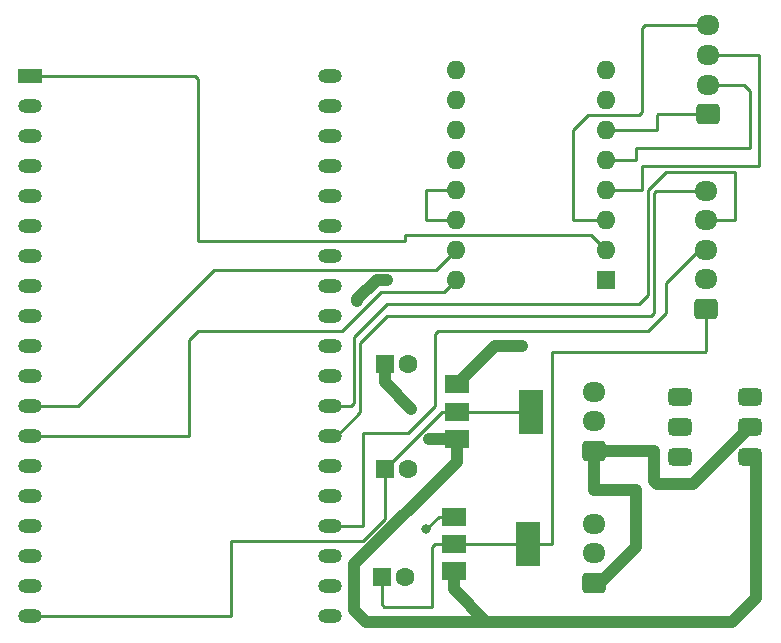
<source format=gbr>
%TF.GenerationSoftware,KiCad,Pcbnew,7.0.10*%
%TF.CreationDate,2024-01-30T21:32:49-08:00*%
%TF.ProjectId,pcb,7063622e-6b69-4636-9164-5f7063625858,rev?*%
%TF.SameCoordinates,Original*%
%TF.FileFunction,Copper,L1,Top*%
%TF.FilePolarity,Positive*%
%FSLAX46Y46*%
G04 Gerber Fmt 4.6, Leading zero omitted, Abs format (unit mm)*
G04 Created by KiCad (PCBNEW 7.0.10) date 2024-01-30 21:32:49*
%MOMM*%
%LPD*%
G01*
G04 APERTURE LIST*
G04 Aperture macros list*
%AMRoundRect*
0 Rectangle with rounded corners*
0 $1 Rounding radius*
0 $2 $3 $4 $5 $6 $7 $8 $9 X,Y pos of 4 corners*
0 Add a 4 corners polygon primitive as box body*
4,1,4,$2,$3,$4,$5,$6,$7,$8,$9,$2,$3,0*
0 Add four circle primitives for the rounded corners*
1,1,$1+$1,$2,$3*
1,1,$1+$1,$4,$5*
1,1,$1+$1,$6,$7*
1,1,$1+$1,$8,$9*
0 Add four rect primitives between the rounded corners*
20,1,$1+$1,$2,$3,$4,$5,0*
20,1,$1+$1,$4,$5,$6,$7,0*
20,1,$1+$1,$6,$7,$8,$9,0*
20,1,$1+$1,$8,$9,$2,$3,0*%
G04 Aperture macros list end*
%TA.AperFunction,ComponentPad*%
%ADD10R,2.000000X1.200000*%
%TD*%
%TA.AperFunction,ComponentPad*%
%ADD11O,2.000000X1.200000*%
%TD*%
%TA.AperFunction,ComponentPad*%
%ADD12R,1.600000X1.600000*%
%TD*%
%TA.AperFunction,ComponentPad*%
%ADD13C,1.600000*%
%TD*%
%TA.AperFunction,ComponentPad*%
%ADD14RoundRect,0.250000X0.725000X-0.600000X0.725000X0.600000X-0.725000X0.600000X-0.725000X-0.600000X0*%
%TD*%
%TA.AperFunction,ComponentPad*%
%ADD15O,1.950000X1.700000*%
%TD*%
%TA.AperFunction,ComponentPad*%
%ADD16O,1.600000X1.600000*%
%TD*%
%TA.AperFunction,SMDPad,CuDef*%
%ADD17RoundRect,0.375000X-0.625000X-0.375000X0.625000X-0.375000X0.625000X0.375000X-0.625000X0.375000X0*%
%TD*%
%TA.AperFunction,SMDPad,CuDef*%
%ADD18R,2.000000X1.500000*%
%TD*%
%TA.AperFunction,SMDPad,CuDef*%
%ADD19R,2.000000X3.800000*%
%TD*%
%TA.AperFunction,ViaPad*%
%ADD20C,0.800000*%
%TD*%
%TA.AperFunction,Conductor*%
%ADD21C,1.000000*%
%TD*%
%TA.AperFunction,Conductor*%
%ADD22C,0.250000*%
%TD*%
G04 APERTURE END LIST*
D10*
%TO.P,U1,1,3V3*%
%TO.N,Net-(A1-VDD)*%
X72390000Y-67818000D03*
D11*
%TO.P,U1,2,CHIP_PU*%
%TO.N,unconnected-(U1-CHIP_PU-Pad2)*%
X72390000Y-70358000D03*
%TO.P,U1,3,SENSOR_VP/GPIO36/ADC1_CH0*%
%TO.N,unconnected-(U1-SENSOR_VP{slash}GPIO36{slash}ADC1_CH0-Pad3)*%
X72390000Y-72898000D03*
%TO.P,U1,4,SENSOR_VN/GPIO39/ADC1_CH3*%
%TO.N,unconnected-(U1-SENSOR_VN{slash}GPIO39{slash}ADC1_CH3-Pad4)*%
X72390000Y-75438000D03*
%TO.P,U1,5,VDET_1/GPIO34/ADC1_CH6*%
%TO.N,unconnected-(U1-VDET_1{slash}GPIO34{slash}ADC1_CH6-Pad5)*%
X72390000Y-77978000D03*
%TO.P,U1,6,VDET_2/GPIO35/ADC1_CH7*%
%TO.N,unconnected-(U1-VDET_2{slash}GPIO35{slash}ADC1_CH7-Pad6)*%
X72390000Y-80518000D03*
%TO.P,U1,7,32K_XP/GPIO32/ADC1_CH4*%
%TO.N,unconnected-(U1-32K_XP{slash}GPIO32{slash}ADC1_CH4-Pad7)*%
X72390000Y-83058000D03*
%TO.P,U1,8,32K_XN/GPIO33/ADC1_CH5*%
%TO.N,unconnected-(U1-32K_XN{slash}GPIO33{slash}ADC1_CH5-Pad8)*%
X72390000Y-85598000D03*
%TO.P,U1,9,DAC_1/ADC2_CH8/GPIO25*%
%TO.N,unconnected-(U1-DAC_1{slash}ADC2_CH8{slash}GPIO25-Pad9)*%
X72390000Y-88138000D03*
%TO.P,U1,10,DAC_2/ADC2_CH9/GPIO26*%
%TO.N,unconnected-(U1-DAC_2{slash}ADC2_CH9{slash}GPIO26-Pad10)*%
X72390000Y-90678000D03*
%TO.P,U1,11,ADC2_CH7/GPIO27*%
%TO.N,unconnected-(U1-ADC2_CH7{slash}GPIO27-Pad11)*%
X72390000Y-93218000D03*
%TO.P,U1,12,MTMS/GPIO14/ADC2_CH6*%
%TO.N,Net-(A1-STEP)*%
X72390000Y-95758000D03*
%TO.P,U1,13,MTDI/GPIO12/ADC2_CH5*%
%TO.N,Net-(A1-DIR)*%
X72390000Y-98298000D03*
%TO.P,U1,14,GND*%
%TO.N,GND*%
X72390000Y-100838000D03*
%TO.P,U1,15,MTCK/GPIO13/ADC2_CH4*%
%TO.N,unconnected-(U1-MTCK{slash}GPIO13{slash}ADC2_CH4-Pad15)*%
X72390000Y-103378000D03*
%TO.P,U1,16,SD_DATA2/GPIO9*%
%TO.N,unconnected-(U1-SD_DATA2{slash}GPIO9-Pad16)*%
X72390000Y-105918000D03*
%TO.P,U1,17,SD_DATA3/GPIO10*%
%TO.N,unconnected-(U1-SD_DATA3{slash}GPIO10-Pad17)*%
X72390000Y-108458000D03*
%TO.P,U1,18,CMD*%
%TO.N,unconnected-(U1-CMD-Pad18)*%
X72390000Y-110998000D03*
%TO.P,U1,19,5V*%
%TO.N,Net-(U1-5V)*%
X72390000Y-113538000D03*
%TO.P,U1,20,SD_CLK/GPIO6*%
%TO.N,unconnected-(U1-SD_CLK{slash}GPIO6-Pad20)*%
X97786320Y-113535280D03*
%TO.P,U1,21,SD_DATA0/GPIO7*%
%TO.N,unconnected-(U1-SD_DATA0{slash}GPIO7-Pad21)*%
X97786320Y-110995280D03*
%TO.P,U1,22,SD_DATA1/GPIO8*%
%TO.N,unconnected-(U1-SD_DATA1{slash}GPIO8-Pad22)*%
X97790000Y-108458000D03*
%TO.P,U1,23,MTDO/GPIO15/ADC2_CH3*%
%TO.N,Net-(J2-Pin_3)*%
X97790000Y-105918000D03*
%TO.P,U1,24,ADC2_CH2/GPIO2*%
%TO.N,unconnected-(U1-ADC2_CH2{slash}GPIO2-Pad24)*%
X97790000Y-103378000D03*
%TO.P,U1,25,GPIO0/BOOT/ADC2_CH1*%
%TO.N,unconnected-(U1-GPIO0{slash}BOOT{slash}ADC2_CH1-Pad25)*%
X97790000Y-100838000D03*
%TO.P,U1,26,ADC2_CH0/GPIO4*%
%TO.N,Net-(J2-Pin_5)*%
X97790000Y-98298000D03*
%TO.P,U1,27,GPIO16*%
%TO.N,Net-(J2-Pin_4)*%
X97790000Y-95758000D03*
%TO.P,U1,28,GPIO17*%
%TO.N,unconnected-(U1-GPIO17-Pad28)*%
X97790000Y-93218000D03*
%TO.P,U1,29,GPIO5*%
%TO.N,unconnected-(U1-GPIO5-Pad29)*%
X97790000Y-90678000D03*
%TO.P,U1,30,GPIO18*%
%TO.N,unconnected-(U1-GPIO18-Pad30)*%
X97790000Y-88138000D03*
%TO.P,U1,31,GPIO19*%
%TO.N,unconnected-(U1-GPIO19-Pad31)*%
X97790000Y-85598000D03*
%TO.P,U1,32,GND*%
%TO.N,GND*%
X97790000Y-83058000D03*
%TO.P,U1,33,GPIO21*%
%TO.N,unconnected-(U1-GPIO21-Pad33)*%
X97790000Y-80518000D03*
%TO.P,U1,34,U0RXD/GPIO3*%
%TO.N,unconnected-(U1-U0RXD{slash}GPIO3-Pad34)*%
X97790000Y-77978000D03*
%TO.P,U1,35,U0TXD/GPIO1*%
%TO.N,unconnected-(U1-U0TXD{slash}GPIO1-Pad35)*%
X97790000Y-75438000D03*
%TO.P,U1,36,GPIO22*%
%TO.N,unconnected-(U1-GPIO22-Pad36)*%
X97790000Y-72898000D03*
%TO.P,U1,37,GPIO23*%
%TO.N,unconnected-(U1-GPIO23-Pad37)*%
X97790000Y-70358000D03*
%TO.P,U1,38,GND*%
%TO.N,GND*%
X97790000Y-67818000D03*
%TD*%
D12*
%TO.P,C2,1*%
%TO.N,Net-(U1-5V)*%
X102394000Y-101092000D03*
D13*
%TO.P,C2,2*%
%TO.N,GND*%
X104394000Y-101092000D03*
%TD*%
D12*
%TO.P,C3,1*%
%TO.N,Net-(J2-Pin_1)*%
X102140000Y-110236000D03*
D13*
%TO.P,C3,2*%
%TO.N,GND*%
X104140000Y-110236000D03*
%TD*%
D14*
%TO.P,J2,1,Pin_1*%
%TO.N,Net-(J2-Pin_1)*%
X129572000Y-87554000D03*
D15*
%TO.P,J2,2,Pin_2*%
%TO.N,GND*%
X129572000Y-85054000D03*
%TO.P,J2,3,Pin_3*%
%TO.N,Net-(J2-Pin_3)*%
X129572000Y-82554000D03*
%TO.P,J2,4,Pin_4*%
%TO.N,Net-(J2-Pin_4)*%
X129572000Y-80054000D03*
%TO.P,J2,5,Pin_5*%
%TO.N,Net-(J2-Pin_5)*%
X129572000Y-77554000D03*
%TD*%
D12*
%TO.P,A1,1,GND*%
%TO.N,GND*%
X121158000Y-85090000D03*
D16*
%TO.P,A1,2,VDD*%
%TO.N,Net-(A1-VDD)*%
X121158000Y-82550000D03*
%TO.P,A1,3,1B*%
%TO.N,Net-(A1-1B)*%
X121158000Y-80010000D03*
%TO.P,A1,4,1A*%
%TO.N,Net-(A1-1A)*%
X121158000Y-77470000D03*
%TO.P,A1,5,2A*%
%TO.N,Net-(A1-2A)*%
X121158000Y-74930000D03*
%TO.P,A1,6,2B*%
%TO.N,Net-(A1-2B)*%
X121158000Y-72390000D03*
%TO.P,A1,7,GND*%
%TO.N,GND*%
X121158000Y-69850000D03*
%TO.P,A1,8,VMOT*%
%TO.N,Net-(A1-VMOT)*%
X121158000Y-67310000D03*
%TO.P,A1,9,~{ENABLE}*%
%TO.N,unconnected-(A1-~{ENABLE}-Pad9)*%
X108458000Y-67310000D03*
%TO.P,A1,10,MS1*%
%TO.N,unconnected-(A1-MS1-Pad10)*%
X108458000Y-69850000D03*
%TO.P,A1,11,MS2*%
%TO.N,unconnected-(A1-MS2-Pad11)*%
X108458000Y-72390000D03*
%TO.P,A1,12,MS3*%
%TO.N,unconnected-(A1-MS3-Pad12)*%
X108458000Y-74930000D03*
%TO.P,A1,13,~{RESET}*%
%TO.N,Net-(A1-~{RESET})*%
X108458000Y-77470000D03*
%TO.P,A1,14,~{SLEEP}*%
X108458000Y-80010000D03*
%TO.P,A1,15,STEP*%
%TO.N,Net-(A1-STEP)*%
X108458000Y-82550000D03*
%TO.P,A1,16,DIR*%
%TO.N,Net-(A1-DIR)*%
X108458000Y-85090000D03*
%TD*%
D12*
%TO.P,C1,1*%
%TO.N,Net-(A1-VMOT)*%
X102394000Y-92202000D03*
D13*
%TO.P,C1,2*%
%TO.N,GND*%
X104394000Y-92202000D03*
%TD*%
D14*
%TO.P,J1,1,Pin_1*%
%TO.N,Net-(A1-2B)*%
X129777000Y-71060000D03*
D15*
%TO.P,J1,2,Pin_2*%
%TO.N,Net-(A1-2A)*%
X129777000Y-68560000D03*
%TO.P,J1,3,Pin_3*%
%TO.N,Net-(A1-1A)*%
X129777000Y-66060000D03*
%TO.P,J1,4,Pin_4*%
%TO.N,Net-(A1-1B)*%
X129777000Y-63560000D03*
%TD*%
D14*
%TO.P,J3,1,Pin_1*%
%TO.N,+7.5V*%
X120142000Y-99568000D03*
D15*
%TO.P,J3,2,Pin_2*%
%TO.N,unconnected-(J3-Pin_2-Pad2)*%
X120142000Y-97068000D03*
%TO.P,J3,3,Pin_3*%
%TO.N,GND*%
X120142000Y-94568000D03*
%TD*%
D17*
%TO.P,switch1,1,1*%
%TO.N,unconnected-(switch1-Pad1)*%
X127350000Y-94996000D03*
%TO.P,switch1,2,com1*%
%TO.N,unconnected-(switch1-com1-Pad2)*%
X127350000Y-97536000D03*
%TO.P,switch1,3,3*%
%TO.N,unconnected-(switch1-Pad3)*%
X127350000Y-100076000D03*
%TO.P,switch1,4,4*%
%TO.N,unconnected-(switch1-Pad4)*%
X133350000Y-94996000D03*
%TO.P,switch1,5,com2*%
%TO.N,+7.5V*%
X133350000Y-97536000D03*
%TO.P,switch1,6,6*%
%TO.N,Net-(A1-VMOT)*%
X133350000Y-100076000D03*
%TD*%
D18*
%TO.P,U2,1,GND*%
%TO.N,GND*%
X108508000Y-93952000D03*
%TO.P,U2,2,VO*%
%TO.N,Net-(U1-5V)*%
X108508000Y-96252000D03*
D19*
X114808000Y-96252000D03*
D18*
%TO.P,U2,3,VI*%
%TO.N,Net-(A1-VMOT)*%
X108508000Y-98552000D03*
%TD*%
D14*
%TO.P,J4,1,Pin_1*%
%TO.N,+7.5V*%
X120142000Y-110744000D03*
D15*
%TO.P,J4,2,Pin_2*%
%TO.N,unconnected-(J4-Pin_2-Pad2)*%
X120142000Y-108244000D03*
%TO.P,J4,3,Pin_3*%
%TO.N,GND*%
X120142000Y-105744000D03*
%TD*%
D18*
%TO.P,U3,1,GND*%
%TO.N,GND*%
X108254000Y-105142000D03*
%TO.P,U3,2,VO*%
%TO.N,Net-(J2-Pin_1)*%
X108254000Y-107442000D03*
D19*
X114554000Y-107442000D03*
D18*
%TO.P,U3,3,VI*%
%TO.N,Net-(A1-VMOT)*%
X108254000Y-109742000D03*
%TD*%
D20*
%TO.N,GND*%
X105918000Y-106172000D03*
X114046000Y-90678000D03*
%TO.N,Net-(A1-VMOT)*%
X106172000Y-98552000D03*
X104648000Y-96012000D03*
X100076000Y-86868000D03*
X102616000Y-85090000D03*
%TD*%
D21*
%TO.N,GND*%
X111760000Y-90678000D02*
X114046000Y-90678000D01*
X111252000Y-91208000D02*
X111252000Y-91186000D01*
X108508000Y-93952000D02*
X111252000Y-91208000D01*
D22*
X105918000Y-106172000D02*
X106948000Y-105142000D01*
X106948000Y-105142000D02*
X108254000Y-105142000D01*
D21*
X111252000Y-91186000D02*
X111760000Y-90678000D01*
D22*
%TO.N,Net-(A1-VDD)*%
X72390000Y-67818000D02*
X86360000Y-67818000D01*
X86614000Y-68072000D02*
X86614000Y-81788000D01*
X86360000Y-67818000D02*
X86614000Y-68072000D01*
X86614000Y-81788000D02*
X104140000Y-81788000D01*
X119888000Y-81280000D02*
X121158000Y-82550000D01*
X104140000Y-81788000D02*
X104140000Y-81280000D01*
X104140000Y-81280000D02*
X119888000Y-81280000D01*
%TO.N,Net-(A1-1B)*%
X119634000Y-71120000D02*
X123952000Y-71120000D01*
X121158000Y-80010000D02*
X118364000Y-80010000D01*
X123952000Y-71120000D02*
X124206000Y-70866000D01*
X124400000Y-63560000D02*
X129777000Y-63560000D01*
X118364000Y-72390000D02*
X119634000Y-71120000D01*
X124206000Y-70866000D02*
X124206000Y-63754000D01*
X118364000Y-80010000D02*
X118364000Y-72390000D01*
X124206000Y-63754000D02*
X124400000Y-63560000D01*
%TO.N,Net-(A1-1A)*%
X134092000Y-66060000D02*
X129777000Y-66060000D01*
X134112000Y-66040000D02*
X134092000Y-66060000D01*
X134112000Y-75438000D02*
X134112000Y-66040000D01*
X121158000Y-77470000D02*
X124206000Y-77470000D01*
X124206000Y-77470000D02*
X124206000Y-75438000D01*
X124206000Y-75438000D02*
X134112000Y-75438000D01*
%TO.N,Net-(A1-2A)*%
X121158000Y-74930000D02*
X123698000Y-74930000D01*
X133350000Y-69088000D02*
X132822000Y-68560000D01*
X133350000Y-73914000D02*
X133350000Y-69088000D01*
X132822000Y-68560000D02*
X129777000Y-68560000D01*
X123698000Y-74930000D02*
X123698000Y-73914000D01*
X123698000Y-73914000D02*
X133350000Y-73914000D01*
%TO.N,Net-(A1-2B)*%
X125536000Y-71060000D02*
X129777000Y-71060000D01*
X125476000Y-71120000D02*
X125536000Y-71060000D01*
X121158000Y-72390000D02*
X125476000Y-72390000D01*
X125476000Y-72390000D02*
X125476000Y-71120000D01*
D21*
%TO.N,+7.5V*%
X125222000Y-102108000D02*
X125476000Y-102362000D01*
X128524000Y-102362000D02*
X133350000Y-97536000D01*
X120142000Y-102870000D02*
X123698000Y-102870000D01*
X123698000Y-102870000D02*
X123698000Y-107696000D01*
X120142000Y-99568000D02*
X125222000Y-99568000D01*
X120650000Y-110744000D02*
X120142000Y-110744000D01*
X125476000Y-102362000D02*
X128524000Y-102362000D01*
X120142000Y-99568000D02*
X120142000Y-102870000D01*
X123698000Y-107696000D02*
X120650000Y-110744000D01*
X125222000Y-99568000D02*
X125222000Y-102108000D01*
D22*
%TO.N,Net-(A1-~{RESET})*%
X105918000Y-80010000D02*
X108458000Y-80010000D01*
X105918000Y-77470000D02*
X105918000Y-80010000D01*
X108458000Y-77470000D02*
X105918000Y-77470000D01*
%TO.N,Net-(A1-STEP)*%
X106743000Y-84265000D02*
X108458000Y-82550000D01*
X87947000Y-84265000D02*
X106743000Y-84265000D01*
X72390000Y-95758000D02*
X76454000Y-95758000D01*
X76454000Y-95758000D02*
X87947000Y-84265000D01*
%TO.N,Net-(A1-DIR)*%
X107442000Y-86106000D02*
X108458000Y-85090000D01*
X85852000Y-90170000D02*
X86614000Y-89408000D01*
X102108000Y-86106000D02*
X107442000Y-86106000D01*
X85852000Y-98298000D02*
X85852000Y-90170000D01*
X72390000Y-98298000D02*
X85852000Y-98298000D01*
X98806000Y-89408000D02*
X102108000Y-86106000D01*
X86614000Y-89408000D02*
X98806000Y-89408000D01*
%TO.N,Net-(J2-Pin_1)*%
X102140000Y-112554000D02*
X102362000Y-112776000D01*
X116586000Y-107442000D02*
X116586000Y-91186000D01*
X108254000Y-107442000D02*
X114554000Y-107442000D01*
X102140000Y-110236000D02*
X102140000Y-112554000D01*
X129572000Y-91154000D02*
X129572000Y-87554000D01*
X102362000Y-112776000D02*
X106426000Y-112776000D01*
X116586000Y-91186000D02*
X129540000Y-91186000D01*
X106426000Y-112776000D02*
X106426000Y-107696000D01*
X106680000Y-107442000D02*
X108254000Y-107442000D01*
X114554000Y-107442000D02*
X116586000Y-107442000D01*
X129540000Y-91186000D02*
X129572000Y-91154000D01*
X106426000Y-107696000D02*
X106680000Y-107442000D01*
%TO.N,Net-(J2-Pin_3)*%
X104394000Y-98044000D02*
X106680000Y-95758000D01*
X106934000Y-89408000D02*
X124714000Y-89408000D01*
X129028000Y-82554000D02*
X129572000Y-82554000D01*
X106680000Y-89662000D02*
X106934000Y-89408000D01*
X100584000Y-105918000D02*
X100584000Y-98044000D01*
X100584000Y-98044000D02*
X104394000Y-98044000D01*
X126238000Y-87884000D02*
X126238000Y-85344000D01*
X106680000Y-95758000D02*
X106680000Y-89662000D01*
X124714000Y-89408000D02*
X126238000Y-87884000D01*
X126238000Y-85344000D02*
X129028000Y-82554000D01*
X97790000Y-105918000D02*
X100584000Y-105918000D01*
%TO.N,Net-(J2-Pin_4)*%
X132080000Y-80010000D02*
X132036000Y-80054000D01*
X124714000Y-77470000D02*
X126238000Y-75946000D01*
X124656000Y-77470000D02*
X124714000Y-77470000D01*
X132080000Y-75946000D02*
X132080000Y-80010000D01*
X124656000Y-86418000D02*
X124656000Y-77470000D01*
X99822000Y-89916000D02*
X102616000Y-87122000D01*
X99568000Y-95758000D02*
X99822000Y-95504000D01*
X126238000Y-75946000D02*
X132080000Y-75946000D01*
X99822000Y-95504000D02*
X99822000Y-89916000D01*
X97790000Y-95758000D02*
X99568000Y-95758000D01*
X102616000Y-87122000D02*
X123952000Y-87122000D01*
X123952000Y-87122000D02*
X124656000Y-86418000D01*
X132036000Y-80054000D02*
X129572000Y-80054000D01*
%TO.N,Net-(J2-Pin_5)*%
X124968000Y-88138000D02*
X125222000Y-87884000D01*
X100330000Y-90424000D02*
X102616000Y-88138000D01*
X125222000Y-77724000D02*
X125392000Y-77554000D01*
X125392000Y-77554000D02*
X129572000Y-77554000D01*
X100330000Y-96324000D02*
X100330000Y-90424000D01*
X125222000Y-87884000D02*
X125222000Y-77724000D01*
X97790000Y-98298000D02*
X98356000Y-98298000D01*
X98356000Y-98298000D02*
X100330000Y-96324000D01*
X102616000Y-88138000D02*
X124968000Y-88138000D01*
%TO.N,Net-(U1-5V)*%
X102394000Y-101092000D02*
X107234000Y-96252000D01*
X102394000Y-105378000D02*
X102394000Y-101092000D01*
X89408000Y-107188000D02*
X100584000Y-107188000D01*
X108508000Y-96252000D02*
X114808000Y-96252000D01*
X72390000Y-113538000D02*
X89408000Y-113538000D01*
X100584000Y-107188000D02*
X102394000Y-105378000D01*
X107234000Y-96252000D02*
X108508000Y-96252000D01*
X89408000Y-113538000D02*
X89408000Y-107188000D01*
D21*
%TO.N,Net-(A1-VMOT)*%
X106172000Y-98552000D02*
X108508000Y-98552000D01*
X133858000Y-112014000D02*
X133858000Y-100584000D01*
X111506000Y-114046000D02*
X131826000Y-114046000D01*
X99822000Y-109188365D02*
X108508000Y-100502365D01*
X100076000Y-86739604D02*
X101725604Y-85090000D01*
X133858000Y-100584000D02*
X133350000Y-100076000D01*
X99822000Y-113030000D02*
X99822000Y-109188365D01*
X110998000Y-114046000D02*
X100838000Y-114046000D01*
X108254000Y-109742000D02*
X108254000Y-111302000D01*
X110998000Y-114046000D02*
X111506000Y-114046000D01*
X101725604Y-85090000D02*
X102616000Y-85090000D01*
X102394000Y-92202000D02*
X102394000Y-93758000D01*
X108508000Y-100502365D02*
X108508000Y-98552000D01*
X100076000Y-86868000D02*
X100076000Y-86739604D01*
X108254000Y-111302000D02*
X110998000Y-114046000D01*
X102394000Y-93758000D02*
X104648000Y-96012000D01*
X131826000Y-114046000D02*
X133858000Y-112014000D01*
X100838000Y-114046000D02*
X99822000Y-113030000D01*
%TD*%
M02*

</source>
